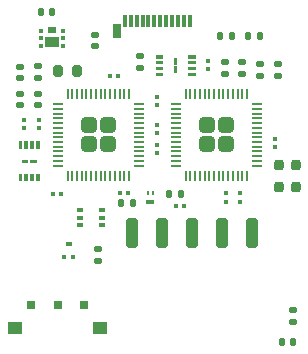
<source format=gbr>
%TF.GenerationSoftware,KiCad,Pcbnew,7.0.8*%
%TF.CreationDate,2024-04-11T03:43:44+02:00*%
%TF.ProjectId,Expansion_Card_Retrofit,45787061-6e73-4696-9f6e-5f436172645f,X1*%
%TF.SameCoordinates,Original*%
%TF.FileFunction,Paste,Top*%
%TF.FilePolarity,Positive*%
%FSLAX46Y46*%
G04 Gerber Fmt 4.6, Leading zero omitted, Abs format (unit mm)*
G04 Created by KiCad (PCBNEW 7.0.8) date 2024-04-11 03:43:44*
%MOMM*%
%LPD*%
G01*
G04 APERTURE LIST*
G04 Aperture macros list*
%AMRoundRect*
0 Rectangle with rounded corners*
0 $1 Rounding radius*
0 $2 $3 $4 $5 $6 $7 $8 $9 X,Y pos of 4 corners*
0 Add a 4 corners polygon primitive as box body*
4,1,4,$2,$3,$4,$5,$6,$7,$8,$9,$2,$3,0*
0 Add four circle primitives for the rounded corners*
1,1,$1+$1,$2,$3*
1,1,$1+$1,$4,$5*
1,1,$1+$1,$6,$7*
1,1,$1+$1,$8,$9*
0 Add four rect primitives between the rounded corners*
20,1,$1+$1,$2,$3,$4,$5,0*
20,1,$1+$1,$4,$5,$6,$7,0*
20,1,$1+$1,$6,$7,$8,$9,0*
20,1,$1+$1,$8,$9,$2,$3,0*%
G04 Aperture macros list end*
%ADD10C,0.010000*%
%ADD11RoundRect,0.135000X-0.185000X0.135000X-0.185000X-0.135000X0.185000X-0.135000X0.185000X0.135000X0*%
%ADD12R,0.800000X0.800000*%
%ADD13R,1.300000X1.000000*%
%ADD14RoundRect,0.135000X0.185000X-0.135000X0.185000X0.135000X-0.185000X0.135000X-0.185000X-0.135000X0*%
%ADD15RoundRect,0.147500X-0.147500X-0.172500X0.147500X-0.172500X0.147500X0.172500X-0.147500X0.172500X0*%
%ADD16RoundRect,0.079500X-0.079500X-0.100500X0.079500X-0.100500X0.079500X0.100500X-0.079500X0.100500X0*%
%ADD17RoundRect,0.200000X0.200000X0.250000X-0.200000X0.250000X-0.200000X-0.250000X0.200000X-0.250000X0*%
%ADD18RoundRect,0.079500X0.079500X0.100500X-0.079500X0.100500X-0.079500X-0.100500X0.079500X-0.100500X0*%
%ADD19RoundRect,0.200000X0.200000X0.275000X-0.200000X0.275000X-0.200000X-0.275000X0.200000X-0.275000X0*%
%ADD20RoundRect,0.079500X0.100500X-0.079500X0.100500X0.079500X-0.100500X0.079500X-0.100500X-0.079500X0*%
%ADD21RoundRect,0.140000X0.170000X-0.140000X0.170000X0.140000X-0.170000X0.140000X-0.170000X-0.140000X0*%
%ADD22RoundRect,0.249999X0.395001X-0.395001X0.395001X0.395001X-0.395001X0.395001X-0.395001X-0.395001X0*%
%ADD23RoundRect,0.050000X0.050000X-0.387500X0.050000X0.387500X-0.050000X0.387500X-0.050000X-0.387500X0*%
%ADD24RoundRect,0.050000X0.387500X-0.050000X0.387500X0.050000X-0.387500X0.050000X-0.387500X-0.050000X0*%
%ADD25R,0.400000X0.450000*%
%ADD26R,0.500000X0.450000*%
%ADD27RoundRect,0.250000X-0.250000X-1.000000X0.250000X-1.000000X0.250000X1.000000X-0.250000X1.000000X0*%
%ADD28R,0.425000X0.400000*%
%ADD29R,1.150000X0.950000*%
%ADD30R,0.800000X0.480000*%
%ADD31RoundRect,0.135000X-0.135000X-0.185000X0.135000X-0.185000X0.135000X0.185000X-0.135000X0.185000X0*%
%ADD32R,0.380000X1.000000*%
%ADD33R,0.700000X1.150000*%
%ADD34RoundRect,0.135000X0.135000X0.185000X-0.135000X0.185000X-0.135000X-0.185000X0.135000X-0.185000X0*%
%ADD35R,0.600000X0.420000*%
%ADD36RoundRect,0.079500X-0.100500X0.079500X-0.100500X-0.079500X0.100500X-0.079500X0.100500X0.079500X0*%
%ADD37RoundRect,0.249999X-0.395001X-0.395001X0.395001X-0.395001X0.395001X0.395001X-0.395001X0.395001X0*%
%ADD38RoundRect,0.050000X-0.387500X-0.050000X0.387500X-0.050000X0.387500X0.050000X-0.387500X0.050000X0*%
%ADD39RoundRect,0.050000X-0.050000X-0.387500X0.050000X-0.387500X0.050000X0.387500X-0.050000X0.387500X0*%
%ADD40R,0.250000X0.400000*%
%ADD41R,0.700000X0.400000*%
%ADD42RoundRect,0.140000X-0.140000X-0.170000X0.140000X-0.170000X0.140000X0.170000X-0.140000X0.170000X0*%
G04 APERTURE END LIST*
%TO.C,U3*%
D10*
X109450000Y-90500000D02*
X109250000Y-90500000D01*
X109250000Y-89950000D01*
X109450000Y-89950000D01*
X109450000Y-90500000D01*
G36*
X109450000Y-90500000D02*
G01*
X109250000Y-90500000D01*
X109250000Y-89950000D01*
X109450000Y-89950000D01*
X109450000Y-90500000D01*
G37*
X109950000Y-90500000D02*
X109750000Y-90500000D01*
X109750000Y-89950000D01*
X109950000Y-89950000D01*
X109950000Y-90500000D01*
G36*
X109950000Y-90500000D02*
G01*
X109750000Y-90500000D01*
X109750000Y-89950000D01*
X109950000Y-89950000D01*
X109950000Y-90500000D01*
G37*
X110450000Y-90500000D02*
X110250000Y-90500000D01*
X110250000Y-89950000D01*
X110450000Y-89950000D01*
X110450000Y-90500000D01*
G36*
X110450000Y-90500000D02*
G01*
X110250000Y-90500000D01*
X110250000Y-89950000D01*
X110450000Y-89950000D01*
X110450000Y-90500000D01*
G37*
X110950000Y-90500000D02*
X110750000Y-90500000D01*
X110750000Y-89950000D01*
X110950000Y-89950000D01*
X110950000Y-90500000D01*
G36*
X110950000Y-90500000D02*
G01*
X110750000Y-90500000D01*
X110750000Y-89950000D01*
X110950000Y-89950000D01*
X110950000Y-90500000D01*
G37*
X110000000Y-88950000D02*
X109500000Y-88950000D01*
X109500000Y-88750000D01*
X110000000Y-88750000D01*
X110000000Y-88950000D01*
G36*
X110000000Y-88950000D02*
G01*
X109500000Y-88950000D01*
X109500000Y-88750000D01*
X110000000Y-88750000D01*
X110000000Y-88950000D01*
G37*
X110700000Y-88950000D02*
X110200000Y-88950000D01*
X110200000Y-88750000D01*
X110700000Y-88750000D01*
X110700000Y-88950000D01*
G36*
X110700000Y-88950000D02*
G01*
X110200000Y-88950000D01*
X110200000Y-88750000D01*
X110700000Y-88750000D01*
X110700000Y-88950000D01*
G37*
X109450000Y-87750000D02*
X109250000Y-87750000D01*
X109250000Y-87200000D01*
X109450000Y-87200000D01*
X109450000Y-87750000D01*
G36*
X109450000Y-87750000D02*
G01*
X109250000Y-87750000D01*
X109250000Y-87200000D01*
X109450000Y-87200000D01*
X109450000Y-87750000D01*
G37*
X109950000Y-87750000D02*
X109750000Y-87750000D01*
X109750000Y-87200000D01*
X109950000Y-87200000D01*
X109950000Y-87750000D01*
G36*
X109950000Y-87750000D02*
G01*
X109750000Y-87750000D01*
X109750000Y-87200000D01*
X109950000Y-87200000D01*
X109950000Y-87750000D01*
G37*
X110450000Y-87750000D02*
X110250000Y-87750000D01*
X110250000Y-87200000D01*
X110450000Y-87200000D01*
X110450000Y-87750000D01*
G36*
X110450000Y-87750000D02*
G01*
X110250000Y-87750000D01*
X110250000Y-87200000D01*
X110450000Y-87200000D01*
X110450000Y-87750000D01*
G37*
X110950000Y-87750000D02*
X110750000Y-87750000D01*
X110750000Y-87200000D01*
X110950000Y-87200000D01*
X110950000Y-87750000D01*
G36*
X110950000Y-87750000D02*
G01*
X110750000Y-87750000D01*
X110750000Y-87200000D01*
X110950000Y-87200000D01*
X110950000Y-87750000D01*
G37*
%TO.C,U5*%
X121400000Y-80100000D02*
X120850000Y-80100000D01*
X120850000Y-79900000D01*
X121400000Y-79900000D01*
X121400000Y-80100000D01*
G36*
X121400000Y-80100000D02*
G01*
X120850000Y-80100000D01*
X120850000Y-79900000D01*
X121400000Y-79900000D01*
X121400000Y-80100000D01*
G37*
X121400000Y-80600000D02*
X120850000Y-80600000D01*
X120850000Y-80400000D01*
X121400000Y-80400000D01*
X121400000Y-80600000D01*
G36*
X121400000Y-80600000D02*
G01*
X120850000Y-80600000D01*
X120850000Y-80400000D01*
X121400000Y-80400000D01*
X121400000Y-80600000D01*
G37*
X121400000Y-81100000D02*
X120850000Y-81100000D01*
X120850000Y-80900000D01*
X121400000Y-80900000D01*
X121400000Y-81100000D01*
G36*
X121400000Y-81100000D02*
G01*
X120850000Y-81100000D01*
X120850000Y-80900000D01*
X121400000Y-80900000D01*
X121400000Y-81100000D01*
G37*
X121400000Y-81600000D02*
X120850000Y-81600000D01*
X120850000Y-81400000D01*
X121400000Y-81400000D01*
X121400000Y-81600000D01*
G36*
X121400000Y-81600000D02*
G01*
X120850000Y-81600000D01*
X120850000Y-81400000D01*
X121400000Y-81400000D01*
X121400000Y-81600000D01*
G37*
X122600000Y-80650000D02*
X122400000Y-80650000D01*
X122400000Y-80150000D01*
X122600000Y-80150000D01*
X122600000Y-80650000D01*
G36*
X122600000Y-80650000D02*
G01*
X122400000Y-80650000D01*
X122400000Y-80150000D01*
X122600000Y-80150000D01*
X122600000Y-80650000D01*
G37*
X122600000Y-81350000D02*
X122400000Y-81350000D01*
X122400000Y-80850000D01*
X122600000Y-80850000D01*
X122600000Y-81350000D01*
G36*
X122600000Y-81350000D02*
G01*
X122400000Y-81350000D01*
X122400000Y-80850000D01*
X122600000Y-80850000D01*
X122600000Y-81350000D01*
G37*
X124150000Y-80100000D02*
X123600000Y-80100000D01*
X123600000Y-79900000D01*
X124150000Y-79900000D01*
X124150000Y-80100000D01*
G36*
X124150000Y-80100000D02*
G01*
X123600000Y-80100000D01*
X123600000Y-79900000D01*
X124150000Y-79900000D01*
X124150000Y-80100000D01*
G37*
X124150000Y-80600000D02*
X123600000Y-80600000D01*
X123600000Y-80400000D01*
X124150000Y-80400000D01*
X124150000Y-80600000D01*
G36*
X124150000Y-80600000D02*
G01*
X123600000Y-80600000D01*
X123600000Y-80400000D01*
X124150000Y-80400000D01*
X124150000Y-80600000D01*
G37*
X124150000Y-81100000D02*
X123600000Y-81100000D01*
X123600000Y-80900000D01*
X124150000Y-80900000D01*
X124150000Y-81100000D01*
G36*
X124150000Y-81100000D02*
G01*
X123600000Y-81100000D01*
X123600000Y-80900000D01*
X124150000Y-80900000D01*
X124150000Y-81100000D01*
G37*
X124150000Y-81600000D02*
X123600000Y-81600000D01*
X123600000Y-81400000D01*
X124150000Y-81400000D01*
X124150000Y-81600000D01*
G36*
X124150000Y-81600000D02*
G01*
X123600000Y-81600000D01*
X123600000Y-81400000D01*
X124150000Y-81400000D01*
X124150000Y-81600000D01*
G37*
%TD*%
D11*
%TO.C,R4*%
X132500000Y-101502500D03*
X132500000Y-102522500D03*
%TD*%
%TO.C,R10*%
X128200000Y-80440000D03*
X128200000Y-81460000D03*
%TD*%
%TO.C,R9*%
X126700000Y-80440000D03*
X126700000Y-81460000D03*
%TD*%
D12*
%TO.C,S1*%
X110300000Y-101086500D03*
X112550000Y-101086500D03*
X114800000Y-101086500D03*
D13*
X116150000Y-102986500D03*
X108950000Y-102986500D03*
%TD*%
D14*
%TO.C,R2*%
X116000000Y-97360000D03*
X116000000Y-96340000D03*
%TD*%
D11*
%TO.C,R1*%
X119500000Y-79940000D03*
X119500000Y-80960000D03*
%TD*%
D15*
%TO.C,D1*%
X131515000Y-104162500D03*
X132485000Y-104162500D03*
%TD*%
D16*
%TO.C,C18*%
X122555000Y-92650000D03*
X123245000Y-92650000D03*
%TD*%
D17*
%TO.C,X1*%
X132725000Y-91075000D03*
X132725000Y-89225000D03*
X131275000Y-89225000D03*
X131275000Y-91075000D03*
%TD*%
D18*
%TO.C,C10*%
X112845000Y-91650000D03*
X112155000Y-91650000D03*
%TD*%
D19*
%TO.C,R11*%
X114225000Y-81250000D03*
X112575000Y-81250000D03*
%TD*%
D20*
%TO.C,C5*%
X121000000Y-86495000D03*
X121000000Y-85805000D03*
%TD*%
D11*
%TO.C,R12*%
X110900000Y-80840000D03*
X110900000Y-81860000D03*
%TD*%
D21*
%TO.C,C8*%
X110900000Y-84130000D03*
X110900000Y-83170000D03*
%TD*%
D20*
%TO.C,C11*%
X109700000Y-86095000D03*
X109700000Y-85405000D03*
%TD*%
D21*
%TO.C,C9*%
X109400000Y-81830000D03*
X109400000Y-80870000D03*
%TD*%
D20*
%TO.C,C6*%
X111000000Y-86095000D03*
X111000000Y-85405000D03*
%TD*%
D16*
%TO.C,C22*%
X117855000Y-91550000D03*
X118545000Y-91550000D03*
%TD*%
D21*
%TO.C,C7*%
X109400000Y-84130000D03*
X109400000Y-83170000D03*
%TD*%
D16*
%TO.C,C24*%
X116955000Y-81650000D03*
X117645000Y-81650000D03*
%TD*%
D22*
%TO.C,U2*%
X115200000Y-87450000D03*
X116800000Y-87450000D03*
X115200000Y-85850000D03*
X116800000Y-85850000D03*
D23*
X113400000Y-90087500D03*
X113800000Y-90087500D03*
X114200000Y-90087500D03*
X114600000Y-90087500D03*
X115000000Y-90087500D03*
X115400000Y-90087500D03*
X115800000Y-90087500D03*
X116200000Y-90087500D03*
X116600000Y-90087500D03*
X117000000Y-90087500D03*
X117400000Y-90087500D03*
X117800000Y-90087500D03*
X118200000Y-90087500D03*
X118600000Y-90087500D03*
D24*
X119437500Y-89250000D03*
X119437500Y-88850000D03*
X119437500Y-88450000D03*
X119437500Y-88050000D03*
X119437500Y-87650000D03*
X119437500Y-87250000D03*
X119437500Y-86850000D03*
X119437500Y-86450000D03*
X119437500Y-86050000D03*
X119437500Y-85650000D03*
X119437500Y-85250000D03*
X119437500Y-84850000D03*
X119437500Y-84450000D03*
X119437500Y-84050000D03*
D23*
X118600000Y-83212500D03*
X118200000Y-83212500D03*
X117800000Y-83212500D03*
X117400000Y-83212500D03*
X117000000Y-83212500D03*
X116600000Y-83212500D03*
X116200000Y-83212500D03*
X115800000Y-83212500D03*
X115400000Y-83212500D03*
X115000000Y-83212500D03*
X114600000Y-83212500D03*
X114200000Y-83212500D03*
X113800000Y-83212500D03*
X113400000Y-83212500D03*
D24*
X112562500Y-84050000D03*
X112562500Y-84450000D03*
X112562500Y-84850000D03*
X112562500Y-85250000D03*
X112562500Y-85650000D03*
X112562500Y-86050000D03*
X112562500Y-86450000D03*
X112562500Y-86850000D03*
X112562500Y-87250000D03*
X112562500Y-87650000D03*
X112562500Y-88050000D03*
X112562500Y-88450000D03*
X112562500Y-88850000D03*
X112562500Y-89250000D03*
%TD*%
D25*
%TO.C,Q2*%
X113100000Y-97025000D03*
X113900000Y-97025000D03*
D26*
X113500000Y-95875000D03*
%TD*%
D27*
%TO.C,J1*%
X118820000Y-94975000D03*
X121360000Y-94975000D03*
X123900000Y-94975000D03*
X126440000Y-94975000D03*
X128980000Y-94975000D03*
%TD*%
D28*
%TO.C,U1*%
X113037500Y-79125000D03*
X113037500Y-78475000D03*
X113037500Y-77825000D03*
X111162500Y-77825000D03*
X111162500Y-78475000D03*
X111162500Y-79125000D03*
D29*
X112100000Y-78800000D03*
D30*
X112100000Y-77775000D03*
%TD*%
D31*
%TO.C,R16*%
X121990000Y-91650000D03*
X123010000Y-91650000D03*
%TD*%
D32*
%TO.C,P1*%
X118250000Y-77040000D03*
X118750000Y-77040000D03*
X119250000Y-77040000D03*
X119750000Y-77040000D03*
X120250000Y-77040000D03*
X120750000Y-77040000D03*
X121250000Y-77040000D03*
X121750000Y-77040000D03*
X122250000Y-77040000D03*
X122750000Y-77040000D03*
X123250000Y-77040000D03*
X123750000Y-77040000D03*
D33*
X117580000Y-77880000D03*
%TD*%
D21*
%TO.C,C1*%
X115700000Y-79130000D03*
X115700000Y-78170000D03*
%TD*%
D34*
%TO.C,R17*%
X129710000Y-78250000D03*
X128690000Y-78250000D03*
%TD*%
D31*
%TO.C,R15*%
X117890000Y-92450000D03*
X118910000Y-92450000D03*
%TD*%
D35*
%TO.C,Q3*%
X114450000Y-93000000D03*
X114450000Y-93650000D03*
X114450000Y-94300000D03*
X116350000Y-94300000D03*
X116350000Y-93650000D03*
X116350000Y-93000000D03*
%TD*%
D36*
%TO.C,C12*%
X128000000Y-91605000D03*
X128000000Y-92295000D03*
%TD*%
%TO.C,C20*%
X126800000Y-91605000D03*
X126800000Y-92295000D03*
%TD*%
D20*
%TO.C,C21*%
X131000000Y-87675000D03*
X131000000Y-86985000D03*
%TD*%
D21*
%TO.C,C15*%
X131200000Y-81630000D03*
X131200000Y-80670000D03*
%TD*%
D20*
%TO.C,C16*%
X121000000Y-84095000D03*
X121000000Y-83405000D03*
%TD*%
D21*
%TO.C,C14*%
X129700000Y-81630000D03*
X129700000Y-80670000D03*
%TD*%
D37*
%TO.C,U4*%
X125200000Y-85850000D03*
X125200000Y-87450000D03*
X126800000Y-85850000D03*
X126800000Y-87450000D03*
D38*
X122562500Y-84050000D03*
X122562500Y-84450000D03*
X122562500Y-84850000D03*
X122562500Y-85250000D03*
X122562500Y-85650000D03*
X122562500Y-86050000D03*
X122562500Y-86450000D03*
X122562500Y-86850000D03*
X122562500Y-87250000D03*
X122562500Y-87650000D03*
X122562500Y-88050000D03*
X122562500Y-88450000D03*
X122562500Y-88850000D03*
X122562500Y-89250000D03*
D39*
X123400000Y-90087500D03*
X123800000Y-90087500D03*
X124200000Y-90087500D03*
X124600000Y-90087500D03*
X125000000Y-90087500D03*
X125400000Y-90087500D03*
X125800000Y-90087500D03*
X126200000Y-90087500D03*
X126600000Y-90087500D03*
X127000000Y-90087500D03*
X127400000Y-90087500D03*
X127800000Y-90087500D03*
X128200000Y-90087500D03*
X128600000Y-90087500D03*
D38*
X129437500Y-89250000D03*
X129437500Y-88850000D03*
X129437500Y-88450000D03*
X129437500Y-88050000D03*
X129437500Y-87650000D03*
X129437500Y-87250000D03*
X129437500Y-86850000D03*
X129437500Y-86450000D03*
X129437500Y-86050000D03*
X129437500Y-85650000D03*
X129437500Y-85250000D03*
X129437500Y-84850000D03*
X129437500Y-84450000D03*
X129437500Y-84050000D03*
D39*
X128600000Y-83212500D03*
X128200000Y-83212500D03*
X127800000Y-83212500D03*
X127400000Y-83212500D03*
X127000000Y-83212500D03*
X126600000Y-83212500D03*
X126200000Y-83212500D03*
X125800000Y-83212500D03*
X125400000Y-83212500D03*
X125000000Y-83212500D03*
X124600000Y-83212500D03*
X124200000Y-83212500D03*
X123800000Y-83212500D03*
X123400000Y-83212500D03*
%TD*%
D20*
%TO.C,C13*%
X125300000Y-81095000D03*
X125300000Y-80405000D03*
%TD*%
D36*
%TO.C,C19*%
X121000000Y-87505000D03*
X121000000Y-88195000D03*
%TD*%
D40*
%TO.C,Q1*%
X120625000Y-91600000D03*
X120175000Y-91600000D03*
D41*
X120400000Y-92300000D03*
%TD*%
D15*
%TO.C,D2*%
X126315000Y-78250000D03*
X127285000Y-78250000D03*
%TD*%
D42*
%TO.C,C2*%
X111120000Y-76250000D03*
X112080000Y-76250000D03*
%TD*%
M02*

</source>
